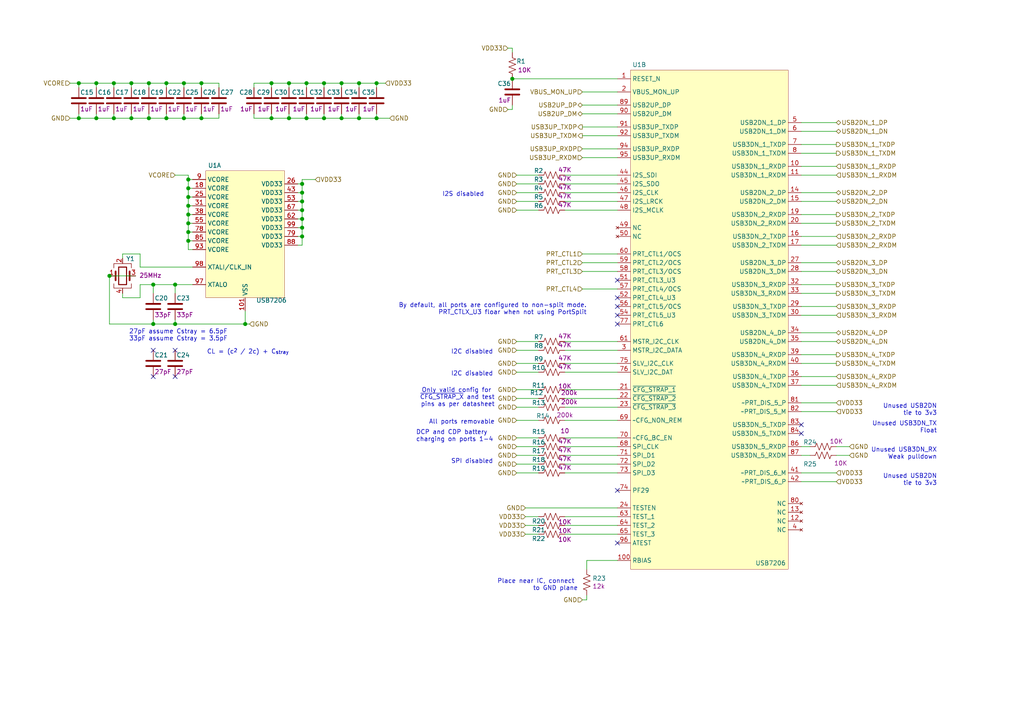
<source format=kicad_sch>
(kicad_sch (version 20210406) (generator eeschema)
  (paper "A4")
  (junction (at 22.86 24.13) (diameter 1.016))
  (junction (at 22.86 34.29) (diameter 1.016))
  (junction (at 27.94 24.13) (diameter 1.016))
  (junction (at 27.94 34.29) (diameter 1.016))
  (junction (at 31.75 80.01) (diameter 1.016))
  (junction (at 33.02 24.13) (diameter 1.016))
  (junction (at 33.02 34.29) (diameter 1.016))
  (junction (at 38.1 24.13) (diameter 1.016))
  (junction (at 38.1 34.29) (diameter 1.016))
  (junction (at 43.18 24.13) (diameter 1.016))
  (junction (at 43.18 34.29) (diameter 1.016))
  (junction (at 44.45 82.55) (diameter 1.016))
  (junction (at 44.45 93.98) (diameter 1.016))
  (junction (at 48.26 24.13) (diameter 1.016))
  (junction (at 48.26 34.29) (diameter 1.016))
  (junction (at 50.8 82.55) (diameter 1.016))
  (junction (at 50.8 93.98) (diameter 1.016))
  (junction (at 53.34 24.13) (diameter 1.016))
  (junction (at 53.34 34.29) (diameter 1.016))
  (junction (at 54.61 52.07) (diameter 1.016))
  (junction (at 54.61 54.61) (diameter 1.016))
  (junction (at 54.61 57.15) (diameter 1.016))
  (junction (at 54.61 59.69) (diameter 1.016))
  (junction (at 54.61 62.23) (diameter 1.016))
  (junction (at 54.61 64.77) (diameter 1.016))
  (junction (at 54.61 67.31) (diameter 1.016))
  (junction (at 54.61 69.85) (diameter 1.016))
  (junction (at 58.42 24.13) (diameter 1.016))
  (junction (at 58.42 34.29) (diameter 1.016))
  (junction (at 71.12 93.98) (diameter 1.016))
  (junction (at 78.74 24.13) (diameter 1.016))
  (junction (at 78.74 34.29) (diameter 1.016))
  (junction (at 83.82 24.13) (diameter 1.016))
  (junction (at 83.82 34.29) (diameter 1.016))
  (junction (at 87.63 53.34) (diameter 1.016))
  (junction (at 87.63 55.88) (diameter 1.016))
  (junction (at 87.63 58.42) (diameter 1.016))
  (junction (at 87.63 60.96) (diameter 1.016))
  (junction (at 87.63 63.5) (diameter 1.016))
  (junction (at 87.63 66.04) (diameter 1.016))
  (junction (at 87.63 68.58) (diameter 1.016))
  (junction (at 88.9 24.13) (diameter 1.016))
  (junction (at 88.9 34.29) (diameter 1.016))
  (junction (at 93.98 24.13) (diameter 1.016))
  (junction (at 93.98 34.29) (diameter 1.016))
  (junction (at 99.06 24.13) (diameter 1.016))
  (junction (at 99.06 34.29) (diameter 1.016))
  (junction (at 104.14 24.13) (diameter 1.016))
  (junction (at 104.14 34.29) (diameter 1.016))
  (junction (at 109.22 24.13) (diameter 1.016))
  (junction (at 109.22 34.29) (diameter 1.016))
  (junction (at 148.59 22.86) (diameter 1.016))
  (no_connect (at 44.45 101.6))
  (no_connect (at 44.45 109.22))
  (no_connect (at 50.8 101.6))
  (no_connect (at 50.8 109.22))
  (no_connect (at 179.07 81.28))
  (no_connect (at 179.07 86.36))
  (no_connect (at 179.07 88.9))
  (no_connect (at 179.07 91.44))
  (no_connect (at 179.07 93.98))
  (no_connect (at 179.07 142.24))
  (no_connect (at 179.07 157.48))
  (no_connect (at 232.41 123.19))
  (no_connect (at 232.41 125.73))
  (wire (pts (xy 20.32 24.13) (xy 22.86 24.13)))
  (wire (pts (xy 20.32 34.29) (xy 22.86 34.29)))
  (wire (pts (xy 22.86 24.13) (xy 22.86 25.4)))
  (wire (pts (xy 22.86 24.13) (xy 27.94 24.13)))
  (wire (pts (xy 22.86 34.29) (xy 22.86 33.02)))
  (wire (pts (xy 22.86 34.29) (xy 27.94 34.29)))
  (wire (pts (xy 27.94 24.13) (xy 27.94 25.4)))
  (wire (pts (xy 27.94 24.13) (xy 33.02 24.13)))
  (wire (pts (xy 27.94 34.29) (xy 27.94 33.02)))
  (wire (pts (xy 27.94 34.29) (xy 33.02 34.29)))
  (wire (pts (xy 31.75 80.01) (xy 31.75 93.98)))
  (wire (pts (xy 31.75 80.01) (xy 39.37 80.01)))
  (wire (pts (xy 31.75 93.98) (xy 44.45 93.98)))
  (wire (pts (xy 33.02 24.13) (xy 33.02 25.4)))
  (wire (pts (xy 33.02 24.13) (xy 38.1 24.13)))
  (wire (pts (xy 33.02 34.29) (xy 33.02 33.02)))
  (wire (pts (xy 33.02 34.29) (xy 38.1 34.29)))
  (wire (pts (xy 35.56 73.66) (xy 35.56 74.93)))
  (wire (pts (xy 35.56 85.09) (xy 35.56 86.36)))
  (wire (pts (xy 38.1 24.13) (xy 38.1 25.4)))
  (wire (pts (xy 38.1 24.13) (xy 43.18 24.13)))
  (wire (pts (xy 38.1 34.29) (xy 38.1 33.02)))
  (wire (pts (xy 38.1 34.29) (xy 43.18 34.29)))
  (wire (pts (xy 40.64 73.66) (xy 35.56 73.66)))
  (wire (pts (xy 40.64 77.47) (xy 40.64 73.66)))
  (wire (pts (xy 40.64 77.47) (xy 55.88 77.47)))
  (wire (pts (xy 40.64 82.55) (xy 40.64 86.36)))
  (wire (pts (xy 40.64 82.55) (xy 44.45 82.55)))
  (wire (pts (xy 40.64 86.36) (xy 35.56 86.36)))
  (wire (pts (xy 43.18 24.13) (xy 43.18 25.4)))
  (wire (pts (xy 43.18 24.13) (xy 48.26 24.13)))
  (wire (pts (xy 43.18 34.29) (xy 43.18 33.02)))
  (wire (pts (xy 43.18 34.29) (xy 48.26 34.29)))
  (wire (pts (xy 44.45 82.55) (xy 44.45 85.09)))
  (wire (pts (xy 44.45 82.55) (xy 50.8 82.55)))
  (wire (pts (xy 44.45 92.71) (xy 44.45 93.98)))
  (wire (pts (xy 44.45 93.98) (xy 50.8 93.98)))
  (wire (pts (xy 48.26 24.13) (xy 48.26 25.4)))
  (wire (pts (xy 48.26 24.13) (xy 53.34 24.13)))
  (wire (pts (xy 48.26 34.29) (xy 48.26 33.02)))
  (wire (pts (xy 48.26 34.29) (xy 53.34 34.29)))
  (wire (pts (xy 50.8 50.8) (xy 54.61 50.8)))
  (wire (pts (xy 50.8 82.55) (xy 50.8 85.09)))
  (wire (pts (xy 50.8 82.55) (xy 55.88 82.55)))
  (wire (pts (xy 50.8 92.71) (xy 50.8 93.98)))
  (wire (pts (xy 50.8 93.98) (xy 71.12 93.98)))
  (wire (pts (xy 53.34 24.13) (xy 53.34 25.4)))
  (wire (pts (xy 53.34 24.13) (xy 58.42 24.13)))
  (wire (pts (xy 53.34 34.29) (xy 53.34 33.02)))
  (wire (pts (xy 53.34 34.29) (xy 58.42 34.29)))
  (wire (pts (xy 54.61 52.07) (xy 54.61 50.8)))
  (wire (pts (xy 54.61 52.07) (xy 54.61 54.61)))
  (wire (pts (xy 54.61 52.07) (xy 55.88 52.07)))
  (wire (pts (xy 54.61 54.61) (xy 54.61 57.15)))
  (wire (pts (xy 54.61 54.61) (xy 55.88 54.61)))
  (wire (pts (xy 54.61 57.15) (xy 54.61 59.69)))
  (wire (pts (xy 54.61 57.15) (xy 55.88 57.15)))
  (wire (pts (xy 54.61 59.69) (xy 54.61 62.23)))
  (wire (pts (xy 54.61 59.69) (xy 55.88 59.69)))
  (wire (pts (xy 54.61 62.23) (xy 54.61 64.77)))
  (wire (pts (xy 54.61 62.23) (xy 55.88 62.23)))
  (wire (pts (xy 54.61 64.77) (xy 54.61 67.31)))
  (wire (pts (xy 54.61 64.77) (xy 55.88 64.77)))
  (wire (pts (xy 54.61 67.31) (xy 54.61 69.85)))
  (wire (pts (xy 54.61 67.31) (xy 55.88 67.31)))
  (wire (pts (xy 54.61 69.85) (xy 54.61 72.39)))
  (wire (pts (xy 54.61 69.85) (xy 55.88 69.85)))
  (wire (pts (xy 54.61 72.39) (xy 55.88 72.39)))
  (wire (pts (xy 58.42 24.13) (xy 58.42 25.4)))
  (wire (pts (xy 58.42 24.13) (xy 63.5 24.13)))
  (wire (pts (xy 58.42 34.29) (xy 58.42 33.02)))
  (wire (pts (xy 63.5 24.13) (xy 63.5 25.4)))
  (wire (pts (xy 63.5 33.02) (xy 63.5 34.29)))
  (wire (pts (xy 63.5 34.29) (xy 58.42 34.29)))
  (wire (pts (xy 71.12 93.98) (xy 71.12 90.17)))
  (wire (pts (xy 72.39 93.98) (xy 71.12 93.98)))
  (wire (pts (xy 73.66 24.13) (xy 73.66 25.4)))
  (wire (pts (xy 73.66 33.02) (xy 73.66 34.29)))
  (wire (pts (xy 73.66 34.29) (xy 78.74 34.29)))
  (wire (pts (xy 78.74 24.13) (xy 73.66 24.13)))
  (wire (pts (xy 78.74 24.13) (xy 78.74 25.4)))
  (wire (pts (xy 78.74 34.29) (xy 78.74 33.02)))
  (wire (pts (xy 83.82 24.13) (xy 78.74 24.13)))
  (wire (pts (xy 83.82 24.13) (xy 83.82 25.4)))
  (wire (pts (xy 83.82 34.29) (xy 78.74 34.29)))
  (wire (pts (xy 83.82 34.29) (xy 83.82 33.02)))
  (wire (pts (xy 86.36 53.34) (xy 87.63 53.34)))
  (wire (pts (xy 86.36 55.88) (xy 87.63 55.88)))
  (wire (pts (xy 86.36 58.42) (xy 87.63 58.42)))
  (wire (pts (xy 86.36 60.96) (xy 87.63 60.96)))
  (wire (pts (xy 86.36 63.5) (xy 87.63 63.5)))
  (wire (pts (xy 86.36 66.04) (xy 87.63 66.04)))
  (wire (pts (xy 86.36 68.58) (xy 87.63 68.58)))
  (wire (pts (xy 87.63 52.07) (xy 87.63 53.34)))
  (wire (pts (xy 87.63 53.34) (xy 87.63 55.88)))
  (wire (pts (xy 87.63 55.88) (xy 87.63 58.42)))
  (wire (pts (xy 87.63 58.42) (xy 87.63 60.96)))
  (wire (pts (xy 87.63 60.96) (xy 87.63 63.5)))
  (wire (pts (xy 87.63 63.5) (xy 87.63 66.04)))
  (wire (pts (xy 87.63 66.04) (xy 87.63 68.58)))
  (wire (pts (xy 87.63 68.58) (xy 87.63 71.12)))
  (wire (pts (xy 87.63 71.12) (xy 86.36 71.12)))
  (wire (pts (xy 88.9 24.13) (xy 83.82 24.13)))
  (wire (pts (xy 88.9 24.13) (xy 88.9 25.4)))
  (wire (pts (xy 88.9 34.29) (xy 83.82 34.29)))
  (wire (pts (xy 88.9 34.29) (xy 88.9 33.02)))
  (wire (pts (xy 91.44 52.07) (xy 87.63 52.07)))
  (wire (pts (xy 93.98 24.13) (xy 88.9 24.13)))
  (wire (pts (xy 93.98 24.13) (xy 93.98 25.4)))
  (wire (pts (xy 93.98 34.29) (xy 88.9 34.29)))
  (wire (pts (xy 93.98 34.29) (xy 93.98 33.02)))
  (wire (pts (xy 99.06 24.13) (xy 93.98 24.13)))
  (wire (pts (xy 99.06 24.13) (xy 99.06 25.4)))
  (wire (pts (xy 99.06 34.29) (xy 93.98 34.29)))
  (wire (pts (xy 99.06 34.29) (xy 99.06 33.02)))
  (wire (pts (xy 104.14 24.13) (xy 99.06 24.13)))
  (wire (pts (xy 104.14 24.13) (xy 104.14 25.4)))
  (wire (pts (xy 104.14 34.29) (xy 99.06 34.29)))
  (wire (pts (xy 104.14 34.29) (xy 104.14 33.02)))
  (wire (pts (xy 109.22 24.13) (xy 104.14 24.13)))
  (wire (pts (xy 109.22 24.13) (xy 109.22 25.4)))
  (wire (pts (xy 109.22 24.13) (xy 111.76 24.13)))
  (wire (pts (xy 109.22 34.29) (xy 104.14 34.29)))
  (wire (pts (xy 109.22 34.29) (xy 109.22 33.02)))
  (wire (pts (xy 109.22 34.29) (xy 113.03 34.29)))
  (wire (pts (xy 147.32 31.75) (xy 148.59 31.75)))
  (wire (pts (xy 148.59 13.97) (xy 147.32 13.97)))
  (wire (pts (xy 148.59 15.24) (xy 148.59 13.97)))
  (wire (pts (xy 148.59 22.86) (xy 179.07 22.86)))
  (wire (pts (xy 148.59 31.75) (xy 148.59 30.48)))
  (wire (pts (xy 149.86 50.8) (xy 156.21 50.8)))
  (wire (pts (xy 149.86 53.34) (xy 156.21 53.34)))
  (wire (pts (xy 149.86 55.88) (xy 156.21 55.88)))
  (wire (pts (xy 149.86 58.42) (xy 156.21 58.42)))
  (wire (pts (xy 149.86 60.96) (xy 156.21 60.96)))
  (wire (pts (xy 149.86 99.06) (xy 156.21 99.06)))
  (wire (pts (xy 149.86 101.6) (xy 156.21 101.6)))
  (wire (pts (xy 149.86 105.41) (xy 156.21 105.41)))
  (wire (pts (xy 149.86 107.95) (xy 156.21 107.95)))
  (wire (pts (xy 149.86 113.03) (xy 156.21 113.03)))
  (wire (pts (xy 149.86 115.57) (xy 156.21 115.57)))
  (wire (pts (xy 149.86 118.11) (xy 156.21 118.11)))
  (wire (pts (xy 149.86 121.92) (xy 156.21 121.92)))
  (wire (pts (xy 149.86 127) (xy 156.21 127)))
  (wire (pts (xy 149.86 129.54) (xy 156.21 129.54)))
  (wire (pts (xy 149.86 132.08) (xy 156.21 132.08)))
  (wire (pts (xy 149.86 134.62) (xy 156.21 134.62)))
  (wire (pts (xy 149.86 137.16) (xy 156.21 137.16)))
  (wire (pts (xy 152.4 147.32) (xy 179.07 147.32)))
  (wire (pts (xy 152.4 149.86) (xy 156.21 149.86)))
  (wire (pts (xy 152.4 152.4) (xy 156.21 152.4)))
  (wire (pts (xy 152.4 154.94) (xy 156.21 154.94)))
  (wire (pts (xy 163.83 50.8) (xy 179.07 50.8)))
  (wire (pts (xy 163.83 53.34) (xy 179.07 53.34)))
  (wire (pts (xy 163.83 55.88) (xy 179.07 55.88)))
  (wire (pts (xy 163.83 58.42) (xy 179.07 58.42)))
  (wire (pts (xy 163.83 60.96) (xy 179.07 60.96)))
  (wire (pts (xy 163.83 99.06) (xy 179.07 99.06)))
  (wire (pts (xy 163.83 101.6) (xy 179.07 101.6)))
  (wire (pts (xy 163.83 105.41) (xy 179.07 105.41)))
  (wire (pts (xy 163.83 107.95) (xy 179.07 107.95)))
  (wire (pts (xy 163.83 113.03) (xy 179.07 113.03)))
  (wire (pts (xy 163.83 115.57) (xy 179.07 115.57)))
  (wire (pts (xy 163.83 118.11) (xy 179.07 118.11)))
  (wire (pts (xy 163.83 121.92) (xy 179.07 121.92)))
  (wire (pts (xy 163.83 127) (xy 179.07 127)))
  (wire (pts (xy 163.83 129.54) (xy 179.07 129.54)))
  (wire (pts (xy 163.83 132.08) (xy 179.07 132.08)))
  (wire (pts (xy 163.83 134.62) (xy 179.07 134.62)))
  (wire (pts (xy 163.83 137.16) (xy 179.07 137.16)))
  (wire (pts (xy 163.83 149.86) (xy 179.07 149.86)))
  (wire (pts (xy 163.83 152.4) (xy 179.07 152.4)))
  (wire (pts (xy 163.83 154.94) (xy 179.07 154.94)))
  (wire (pts (xy 168.91 26.67) (xy 179.07 26.67)))
  (wire (pts (xy 168.91 30.48) (xy 179.07 30.48)))
  (wire (pts (xy 168.91 33.02) (xy 179.07 33.02)))
  (wire (pts (xy 168.91 36.83) (xy 179.07 36.83)))
  (wire (pts (xy 168.91 39.37) (xy 179.07 39.37)))
  (wire (pts (xy 168.91 43.18) (xy 179.07 43.18)))
  (wire (pts (xy 168.91 45.72) (xy 179.07 45.72)))
  (wire (pts (xy 168.91 73.66) (xy 179.07 73.66)))
  (wire (pts (xy 168.91 76.2) (xy 179.07 76.2)))
  (wire (pts (xy 168.91 78.74) (xy 179.07 78.74)))
  (wire (pts (xy 168.91 83.82) (xy 179.07 83.82)))
  (wire (pts (xy 168.91 173.99) (xy 170.18 173.99)))
  (wire (pts (xy 170.18 162.56) (xy 179.07 162.56)))
  (wire (pts (xy 170.18 165.1) (xy 170.18 162.56)))
  (wire (pts (xy 170.18 173.99) (xy 170.18 172.72)))
  (wire (pts (xy 232.41 129.54) (xy 234.95 129.54)))
  (wire (pts (xy 232.41 132.08) (xy 234.95 132.08)))
  (wire (pts (xy 242.57 35.56) (xy 232.41 35.56)))
  (wire (pts (xy 242.57 38.1) (xy 232.41 38.1)))
  (wire (pts (xy 242.57 41.91) (xy 232.41 41.91)))
  (wire (pts (xy 242.57 44.45) (xy 232.41 44.45)))
  (wire (pts (xy 242.57 48.26) (xy 232.41 48.26)))
  (wire (pts (xy 242.57 50.8) (xy 232.41 50.8)))
  (wire (pts (xy 242.57 55.88) (xy 232.41 55.88)))
  (wire (pts (xy 242.57 58.42) (xy 232.41 58.42)))
  (wire (pts (xy 242.57 62.23) (xy 232.41 62.23)))
  (wire (pts (xy 242.57 64.77) (xy 232.41 64.77)))
  (wire (pts (xy 242.57 68.58) (xy 232.41 68.58)))
  (wire (pts (xy 242.57 71.12) (xy 232.41 71.12)))
  (wire (pts (xy 242.57 76.2) (xy 232.41 76.2)))
  (wire (pts (xy 242.57 78.74) (xy 232.41 78.74)))
  (wire (pts (xy 242.57 82.55) (xy 232.41 82.55)))
  (wire (pts (xy 242.57 85.09) (xy 232.41 85.09)))
  (wire (pts (xy 242.57 88.9) (xy 232.41 88.9)))
  (wire (pts (xy 242.57 91.44) (xy 232.41 91.44)))
  (wire (pts (xy 242.57 96.52) (xy 232.41 96.52)))
  (wire (pts (xy 242.57 99.06) (xy 232.41 99.06)))
  (wire (pts (xy 242.57 102.87) (xy 232.41 102.87)))
  (wire (pts (xy 242.57 105.41) (xy 232.41 105.41)))
  (wire (pts (xy 242.57 109.22) (xy 232.41 109.22)))
  (wire (pts (xy 242.57 111.76) (xy 232.41 111.76)))
  (wire (pts (xy 242.57 116.84) (xy 232.41 116.84)))
  (wire (pts (xy 242.57 119.38) (xy 232.41 119.38)))
  (wire (pts (xy 242.57 129.54) (xy 246.38 129.54)))
  (wire (pts (xy 242.57 132.08) (xy 246.38 132.08)))
  (wire (pts (xy 242.57 137.16) (xy 232.41 137.16)))
  (wire (pts (xy 242.57 139.7) (xy 232.41 139.7)))
  (text "27pF assume Cstray = 6.5pF\n33pF assume Cstray = 3.5pF" (at 66.04 99.06 0) (effects (font (size 1.27 1.27)) (justify right bottom)))
  (text "CL = (c^{2} / 2c) + C_{stray}" (at 83.82 102.87 180) (effects (font (size 1.27 1.27)) (justify right bottom)))
  (text "DCP and CDP battery\ncharging on ports 1-4" (at 120.65 128.27 0) (effects (font (size 1.27 1.27)) (justify left bottom)))
  (text "I2S disabled" (at 128.27 57.15 0) (effects (font (size 1.27 1.27)) (justify left bottom)))
  (text "I2C disabled" (at 130.81 102.87 0) (effects (font (size 1.27 1.27)) (justify left bottom)))
  (text "I2C disabled" (at 130.81 109.22 0) (effects (font (size 1.27 1.27)) (justify left bottom)))
  (text "SPI disabled" (at 130.81 134.62 0) (effects (font (size 1.27 1.27)) (justify left bottom)))
  (text "Only valid config for \n~CFG_STRAP_X and test\npins as per datasheet" (at 143.51 118.11 0) (effects (font (size 1.27 1.27)) (justify right bottom)))
  (text "All ports removable" (at 143.51 123.19 180) (effects (font (size 1.27 1.27)) (justify right bottom)))
  (text "Place near IC, connect \nto GND plane" (at 167.64 171.45 180) (effects (font (size 1.27 1.27)) (justify right bottom)))
  (text "By default, all ports are configured to non-split mode.\nPRT_CTLX_U3 floar when not using PortSplit" (at 170.18 91.44 0) (effects (font (size 1.27 1.27)) (justify right bottom)))
  (text "Unused USB2DN\ntie to 3v3" (at 271.78 120.65 180) (effects (font (size 1.27 1.27)) (justify right bottom)))
  (text "Unused USB3DN_TX\nFloat" (at 271.78 125.73 180) (effects (font (size 1.27 1.27)) (justify right bottom)))
  (text "Unused USB3DN_RX\nWeak pulldown" (at 271.78 133.35 180) (effects (font (size 1.27 1.27)) (justify right bottom)))
  (text "Unused USB2DN\ntie to 3v3" (at 271.78 140.97 180) (effects (font (size 1.27 1.27)) (justify right bottom)))
  (hierarchical_label "VCORE" (shape input) (at 20.32 24.13 180))
  (hierarchical_label "GND" (shape input) (at 20.32 34.29 180))
  (hierarchical_label "VCORE" (shape input) (at 50.8 50.8 180))
  (hierarchical_label "GND" (shape input) (at 72.39 93.98 0))
  (hierarchical_label "VDD33" (shape input) (at 91.44 52.07 0))
  (hierarchical_label "VDD33" (shape input) (at 111.76 24.13 0))
  (hierarchical_label "GND" (shape input) (at 113.03 34.29 0))
  (hierarchical_label "VDD33" (shape input) (at 147.32 13.97 180))
  (hierarchical_label "GND" (shape input) (at 147.32 31.75 180))
  (hierarchical_label "GND" (shape input) (at 149.86 50.8 180))
  (hierarchical_label "GND" (shape input) (at 149.86 53.34 180))
  (hierarchical_label "GND" (shape input) (at 149.86 55.88 180))
  (hierarchical_label "GND" (shape input) (at 149.86 58.42 180))
  (hierarchical_label "GND" (shape input) (at 149.86 60.96 180))
  (hierarchical_label "GND" (shape input) (at 149.86 99.06 180))
  (hierarchical_label "GND" (shape input) (at 149.86 101.6 180))
  (hierarchical_label "GND" (shape input) (at 149.86 105.41 180))
  (hierarchical_label "GND" (shape input) (at 149.86 107.95 180))
  (hierarchical_label "GND" (shape input) (at 149.86 113.03 180))
  (hierarchical_label "GND" (shape input) (at 149.86 115.57 180))
  (hierarchical_label "GND" (shape input) (at 149.86 118.11 180))
  (hierarchical_label "GND" (shape input) (at 149.86 121.92 180))
  (hierarchical_label "GND" (shape input) (at 149.86 127 180))
  (hierarchical_label "GND" (shape input) (at 149.86 129.54 180))
  (hierarchical_label "GND" (shape input) (at 149.86 132.08 180))
  (hierarchical_label "GND" (shape input) (at 149.86 134.62 180))
  (hierarchical_label "GND" (shape input) (at 149.86 137.16 180))
  (hierarchical_label "GND" (shape input) (at 152.4 147.32 180))
  (hierarchical_label "VDD33" (shape input) (at 152.4 149.86 180))
  (hierarchical_label "VDD33" (shape input) (at 152.4 152.4 180))
  (hierarchical_label "VDD33" (shape input) (at 152.4 154.94 180))
  (hierarchical_label "VBUS_MON_UP" (shape input) (at 168.91 26.67 180))
  (hierarchical_label "USB2UP_DP" (shape bidirectional) (at 168.91 30.48 180))
  (hierarchical_label "USB2UP_DM" (shape bidirectional) (at 168.91 33.02 180))
  (hierarchical_label "USB3UP_TXDP" (shape output) (at 168.91 36.83 180))
  (hierarchical_label "USB3UP_TXDM" (shape output) (at 168.91 39.37 180))
  (hierarchical_label "USB3UP_RXDP" (shape input) (at 168.91 43.18 180))
  (hierarchical_label "USB3UP_RXDM" (shape input) (at 168.91 45.72 180))
  (hierarchical_label "PRT_CTL1" (shape input) (at 168.91 73.66 180))
  (hierarchical_label "PRT_CTL2" (shape input) (at 168.91 76.2 180))
  (hierarchical_label "PRT_CTL3" (shape input) (at 168.91 78.74 180))
  (hierarchical_label "PRT_CTL4" (shape input) (at 168.91 83.82 180))
  (hierarchical_label "GND" (shape input) (at 168.91 173.99 180))
  (hierarchical_label "USB2DN_1_DP" (shape bidirectional) (at 242.57 35.56 0))
  (hierarchical_label "USB2DN_1_DN" (shape bidirectional) (at 242.57 38.1 0))
  (hierarchical_label "USB3DN_1_TXDP" (shape output) (at 242.57 41.91 0))
  (hierarchical_label "USB3DN_1_TXDM" (shape output) (at 242.57 44.45 0))
  (hierarchical_label "USB3DN_1_RXDP" (shape input) (at 242.57 48.26 0))
  (hierarchical_label "USB3DN_1_RXDM" (shape input) (at 242.57 50.8 0))
  (hierarchical_label "USB2DN_2_DP" (shape bidirectional) (at 242.57 55.88 0))
  (hierarchical_label "USB2DN_2_DN" (shape bidirectional) (at 242.57 58.42 0))
  (hierarchical_label "USB3DN_2_TXDP" (shape output) (at 242.57 62.23 0))
  (hierarchical_label "USB3DN_2_TXDM" (shape output) (at 242.57 64.77 0))
  (hierarchical_label "USB3DN_2_RXDP" (shape input) (at 242.57 68.58 0))
  (hierarchical_label "USB3DN_2_RXDM" (shape input) (at 242.57 71.12 0))
  (hierarchical_label "USB2DN_3_DP" (shape bidirectional) (at 242.57 76.2 0))
  (hierarchical_label "USB2DN_3_DN" (shape bidirectional) (at 242.57 78.74 0))
  (hierarchical_label "USB3DN_3_TXDP" (shape output) (at 242.57 82.55 0))
  (hierarchical_label "USB3DN_3_TXDM" (shape output) (at 242.57 85.09 0))
  (hierarchical_label "USB3DN_3_RXDP" (shape input) (at 242.57 88.9 0))
  (hierarchical_label "USB3DN_3_RXDM" (shape input) (at 242.57 91.44 0))
  (hierarchical_label "USB2DN_4_DP" (shape bidirectional) (at 242.57 96.52 0))
  (hierarchical_label "USB2DN_4_DN" (shape bidirectional) (at 242.57 99.06 0))
  (hierarchical_label "USB3DN_4_TXDP" (shape output) (at 242.57 102.87 0))
  (hierarchical_label "USB3DN_4_TXDM" (shape output) (at 242.57 105.41 0))
  (hierarchical_label "USB3DN_4_RXDP" (shape input) (at 242.57 109.22 0))
  (hierarchical_label "USB3DN_4_RXDM" (shape input) (at 242.57 111.76 0))
  (hierarchical_label "VDD33" (shape input) (at 242.57 116.84 0))
  (hierarchical_label "VDD33" (shape input) (at 242.57 119.38 0))
  (hierarchical_label "VDD33" (shape input) (at 242.57 137.16 0))
  (hierarchical_label "VDD33" (shape input) (at 242.57 139.7 0))
  (hierarchical_label "GND" (shape input) (at 246.38 129.54 0))
  (hierarchical_label "GND" (shape input) (at 246.38 132.08 0))
  (symbol (lib_id "mte_usb_hub:RC0402JR-0710KL") (at 148.59 19.05 180) (unit 1)
    (property "Reference" "R1" (at 151.1108 17.78 0))
    (property "Value" "RC0402JR-0710KL" (effects hide))
    (property "Footprint" "footprints:RESISTOR_0402N" (effects hide))
    (property "Datasheet" "${MTE_LIB_DIR}/datasheets/PYu-RC_Group_51_RoHS_L_11.pdf" (effects hide))
    (property "id" "10K" (at 152.139 20.32 0))
    (property "manf" "Yageo" (effects hide))
  )
  (symbol (lib_id "mte_usb_hub:RC0402JR-0747KL") (at 160.02 50.8 90) (unit 1)
    (property "Reference" "R2" (at 156.21 49.5108 90))
    (property "Value" "RC0402JR-0747KL" (effects hide))
    (property "Footprint" "footprints:RESISTOR_0402N" (effects hide))
    (property "Datasheet" "${MTE_LIB_DIR}/datasheets/PYu-RC_Group_51_RoHS_L_11.pdf" (effects hide))
    (property "id" "47K" (at 163.83 49.2695 90))
    (property "manf" "Yageo" (effects hide))
  )
  (symbol (lib_id "mte_usb_hub:RC0402JR-0747KL") (at 160.02 53.34 90) (unit 1)
    (property "Reference" "R3" (at 156.21 52.0508 90))
    (property "Value" "RC0402JR-0747KL" (effects hide))
    (property "Footprint" "footprints:RESISTOR_0402N" (effects hide))
    (property "Datasheet" "${MTE_LIB_DIR}/datasheets/PYu-RC_Group_51_RoHS_L_11.pdf" (effects hide))
    (property "id" "47K" (at 163.83 51.8095 90))
    (property "manf" "Yageo" (effects hide))
  )
  (symbol (lib_id "mte_usb_hub:RC0402JR-0747KL") (at 160.02 55.88 90) (unit 1)
    (property "Reference" "R4" (at 156.21 54.5908 90))
    (property "Value" "RC0402JR-0747KL" (effects hide))
    (property "Footprint" "footprints:RESISTOR_0402N" (effects hide))
    (property "Datasheet" "${MTE_LIB_DIR}/datasheets/PYu-RC_Group_51_RoHS_L_11.pdf" (effects hide))
    (property "id" "47K" (at 163.83 54.3495 90))
    (property "manf" "Yageo" (effects hide))
  )
  (symbol (lib_id "mte_usb_hub:RC0402JR-0747KL") (at 160.02 58.42 90) (unit 1)
    (property "Reference" "R5" (at 156.21 57.1308 90))
    (property "Value" "RC0402JR-0747KL" (effects hide))
    (property "Footprint" "footprints:RESISTOR_0402N" (effects hide))
    (property "Datasheet" "${MTE_LIB_DIR}/datasheets/PYu-RC_Group_51_RoHS_L_11.pdf" (effects hide))
    (property "id" "47K" (at 163.83 56.8895 90))
    (property "manf" "Yageo" (effects hide))
  )
  (symbol (lib_id "mte_usb_hub:RC0402JR-0747KL") (at 160.02 60.96 90) (unit 1)
    (property "Reference" "R6" (at 156.21 59.6708 90))
    (property "Value" "RC0402JR-0747KL" (effects hide))
    (property "Footprint" "footprints:RESISTOR_0402N" (effects hide))
    (property "Datasheet" "${MTE_LIB_DIR}/datasheets/PYu-RC_Group_51_RoHS_L_11.pdf" (effects hide))
    (property "id" "47K" (at 163.83 59.4295 90))
    (property "manf" "Yageo" (effects hide))
  )
  (symbol (lib_id "mte_usb_hub:RC0402JR-0747KL") (at 160.02 99.06 90) (unit 1)
    (property "Reference" "R7" (at 156.21 97.7708 90))
    (property "Value" "RC0402JR-0747KL" (effects hide))
    (property "Footprint" "footprints:RESISTOR_0402N" (effects hide))
    (property "Datasheet" "${MTE_LIB_DIR}/datasheets/PYu-RC_Group_51_RoHS_L_11.pdf" (effects hide))
    (property "id" "47K" (at 163.83 97.5295 90))
    (property "manf" "Yageo" (effects hide))
  )
  (symbol (lib_id "mte_usb_hub:RC0402JR-0747KL") (at 160.02 101.6 90) (unit 1)
    (property "Reference" "R8" (at 156.21 100.3108 90))
    (property "Value" "RC0402JR-0747KL" (effects hide))
    (property "Footprint" "footprints:RESISTOR_0402N" (effects hide))
    (property "Datasheet" "${MTE_LIB_DIR}/datasheets/PYu-RC_Group_51_RoHS_L_11.pdf" (effects hide))
    (property "id" "47K" (at 163.83 100.0695 90))
    (property "manf" "Yageo" (effects hide))
  )
  (symbol (lib_id "mte_usb_hub:RC0402JR-0747KL") (at 160.02 105.41 90) (unit 1)
    (property "Reference" "R9" (at 156.21 104.1208 90))
    (property "Value" "RC0402JR-0747KL" (effects hide))
    (property "Footprint" "footprints:RESISTOR_0402N" (effects hide))
    (property "Datasheet" "${MTE_LIB_DIR}/datasheets/PYu-RC_Group_51_RoHS_L_11.pdf" (effects hide))
    (property "id" "47K" (at 163.83 103.8795 90))
    (property "manf" "Yageo" (effects hide))
  )
  (symbol (lib_id "mte_usb_hub:RC0402JR-0747KL") (at 160.02 107.95 90) (unit 1)
    (property "Reference" "R10" (at 156.21 106.6608 90))
    (property "Value" "RC0402JR-0747KL" (effects hide))
    (property "Footprint" "footprints:RESISTOR_0402N" (effects hide))
    (property "Datasheet" "${MTE_LIB_DIR}/datasheets/PYu-RC_Group_51_RoHS_L_11.pdf" (effects hide))
    (property "id" "47K" (at 163.83 106.4195 90))
    (property "manf" "Yageo" (effects hide))
  )
  (symbol (lib_id "mte_usb_hub:RC0402JR-0710KL") (at 160.02 113.03 270) (unit 1)
    (property "Reference" "R11" (at 156.21 111.7792 90))
    (property "Value" "RC0402JR-0710KL" (effects hide))
    (property "Footprint" "footprints:RESISTOR_0402N" (effects hide))
    (property "Datasheet" "${MTE_LIB_DIR}/datasheets/PYu-RC_Group_51_RoHS_L_11.pdf" (effects hide))
    (property "id" "10K" (at 163.83 112.0205 90))
    (property "manf" "Yageo" (effects hide))
  )
  (symbol (lib_id "mte_usb_hub:RC0402JR-07200KL") (at 160.02 115.57 270) (unit 1)
    (property "Reference" "R12" (at 157.6006 113.9189 90) (effects (justify right)))
    (property "Value" "RC0402JR-07200KL" (effects hide))
    (property "Footprint" "footprints:RESISTOR_0402N" (effects hide))
    (property "id" "200k" (at 167.5193 113.9189 90) (effects (justify right)))
    (property "manf" "Yageo" (effects hide))
  )
  (symbol (lib_id "mte_usb_hub:RC0402JR-07200KL") (at 160.02 118.11 270) (unit 1)
    (property "Reference" "R13" (at 156.21 116.8208 90))
    (property "Value" "RC0402JR-07200KL" (effects hide))
    (property "Footprint" "footprints:RESISTOR_0402N" (effects hide))
    (property "id" "200k" (at 165.1 116.5795 90))
    (property "manf" "Yageo" (effects hide))
  )
  (symbol (lib_id "mte_usb_hub:RC0402JR-07200KL") (at 160.02 121.92 270) (unit 1)
    (property "Reference" "R14" (at 157.48 120.6308 90))
    (property "Value" "RC0402JR-07200KL" (effects hide))
    (property "Footprint" "footprints:RESISTOR_0402N" (effects hide))
    (property "id" "200k" (at 163.83 120.3895 90))
    (property "manf" "Yageo" (effects hide))
  )
  (symbol (lib_id "mte_usb_hub:RC0402JR-0710RL") (at 160.02 127 90) (unit 1)
    (property "Reference" "R15" (at 156.21 125.2178 90))
    (property "Value" "RC0402JR-0710RL" (effects hide))
    (property "Footprint" "footprints:RESISTOR_0402N" (effects hide))
    (property "Datasheet" "${MTE_LIB_DIR}/datasheets/PYu-RC_Group_51_RoHS_L_11.pdf" (effects hide))
    (property "id" "10" (at 163.83 124.9765 90))
    (property "manf" "Yageo" (effects hide))
  )
  (symbol (lib_id "mte_usb_hub:RC0402JR-0747KL") (at 160.02 129.54 90) (unit 1)
    (property "Reference" "R16" (at 156.21 128.2508 90))
    (property "Value" "RC0402JR-0747KL" (effects hide))
    (property "Footprint" "footprints:RESISTOR_0402N" (effects hide))
    (property "Datasheet" "${MTE_LIB_DIR}/datasheets/PYu-RC_Group_51_RoHS_L_11.pdf" (effects hide))
    (property "id" "47K" (at 163.83 128.0095 90))
    (property "manf" "Yageo" (effects hide))
  )
  (symbol (lib_id "mte_usb_hub:RC0402JR-0747KL") (at 160.02 132.08 90) (unit 1)
    (property "Reference" "R17" (at 156.21 130.7908 90))
    (property "Value" "RC0402JR-0747KL" (effects hide))
    (property "Footprint" "footprints:RESISTOR_0402N" (effects hide))
    (property "Datasheet" "${MTE_LIB_DIR}/datasheets/PYu-RC_Group_51_RoHS_L_11.pdf" (effects hide))
    (property "id" "47K" (at 163.83 130.5495 90))
    (property "manf" "Yageo" (effects hide))
  )
  (symbol (lib_id "mte_usb_hub:RC0402JR-0747KL") (at 160.02 134.62 90) (unit 1)
    (property "Reference" "R18" (at 156.21 133.3308 90))
    (property "Value" "RC0402JR-0747KL" (effects hide))
    (property "Footprint" "footprints:RESISTOR_0402N" (effects hide))
    (property "Datasheet" "${MTE_LIB_DIR}/datasheets/PYu-RC_Group_51_RoHS_L_11.pdf" (effects hide))
    (property "id" "47K" (at 163.83 133.0895 90))
    (property "manf" "Yageo" (effects hide))
  )
  (symbol (lib_id "mte_usb_hub:RC0402JR-0747KL") (at 160.02 137.16 90) (unit 1)
    (property "Reference" "R19" (at 156.21 135.8708 90))
    (property "Value" "RC0402JR-0747KL" (effects hide))
    (property "Footprint" "footprints:RESISTOR_0402N" (effects hide))
    (property "Datasheet" "${MTE_LIB_DIR}/datasheets/PYu-RC_Group_51_RoHS_L_11.pdf" (effects hide))
    (property "id" "47K" (at 163.83 135.6295 90))
    (property "manf" "Yageo" (effects hide))
  )
  (symbol (lib_id "mte_usb_hub:RC0402JR-0710KL") (at 160.02 149.86 270) (unit 1)
    (property "Reference" "R20" (at 156.21 151.1492 90))
    (property "Value" "RC0402JR-0710KL" (effects hide))
    (property "Footprint" "footprints:RESISTOR_0402N" (effects hide))
    (property "Datasheet" "${MTE_LIB_DIR}/datasheets/PYu-RC_Group_51_RoHS_L_11.pdf" (effects hide))
    (property "id" "10K" (at 163.83 151.3905 90))
    (property "manf" "Yageo" (effects hide))
  )
  (symbol (lib_id "mte_usb_hub:RC0402JR-0710KL") (at 160.02 152.4 270) (unit 1)
    (property "Reference" "R21" (at 156.21 153.6892 90))
    (property "Value" "RC0402JR-0710KL" (effects hide))
    (property "Footprint" "footprints:RESISTOR_0402N" (effects hide))
    (property "Datasheet" "${MTE_LIB_DIR}/datasheets/PYu-RC_Group_51_RoHS_L_11.pdf" (effects hide))
    (property "id" "10K" (at 163.83 153.9305 90))
    (property "manf" "Yageo" (effects hide))
  )
  (symbol (lib_id "mte_usb_hub:RC0402JR-0710KL") (at 160.02 154.94 270) (unit 1)
    (property "Reference" "R22" (at 156.21 156.2292 90))
    (property "Value" "RC0402JR-0710KL" (effects hide))
    (property "Footprint" "footprints:RESISTOR_0402N" (effects hide))
    (property "Datasheet" "${MTE_LIB_DIR}/datasheets/PYu-RC_Group_51_RoHS_L_11.pdf" (effects hide))
    (property "id" "10K" (at 163.83 156.4705 90))
    (property "manf" "Yageo" (effects hide))
  )
  (symbol (lib_id "mte_usb_hub:RT0402DRE0712KL") (at 170.18 168.91 0) (unit 1)
    (property "Reference" "R23" (at 171.8311 167.7606 0) (effects (justify left)))
    (property "Value" "RT0402DRE0712KL" (effects hide))
    (property "Footprint" "footprints:RESISTOR_0402N" (effects hide))
    (property "id" "12k" (at 171.8311 170.0593 0) (effects (justify left)))
    (property "manf" "Yageo" (effects hide))
  )
  (symbol (lib_id "mte_usb_hub:RC0402JR-0710KL") (at 238.76 129.54 90) (unit 1)
    (property "Reference" "R24" (at 234.95 128.2508 90))
    (property "Value" "RC0402JR-0710KL" (effects hide))
    (property "Footprint" "footprints:RESISTOR_0402N" (effects hide))
    (property "Datasheet" "${MTE_LIB_DIR}/datasheets/PYu-RC_Group_51_RoHS_L_11.pdf" (effects hide))
    (property "id" "10K" (at 242.57 128.0095 90))
    (property "manf" "Yageo" (effects hide))
  )
  (symbol (lib_id "mte_usb_hub:RC0402JR-0710KL") (at 238.76 132.08 90) (unit 1)
    (property "Reference" "R25" (at 234.95 134.6008 90))
    (property "Value" "RC0402JR-0710KL" (effects hide))
    (property "Footprint" "footprints:RESISTOR_0402N" (effects hide))
    (property "Datasheet" "${MTE_LIB_DIR}/datasheets/PYu-RC_Group_51_RoHS_L_11.pdf" (effects hide))
    (property "id" "10K" (at 243.84 134.3595 90))
    (property "manf" "Yageo" (effects hide))
  )
  (symbol (lib_id "mte_usb_hub:CC0402KRX5R7BB105") (at 22.86 29.21 0) (unit 1)
    (property "Reference" "C15" (at 23.2411 26.7906 0) (effects (justify left)))
    (property "Value" "CC0402KRX5R7BB105" (effects hide))
    (property "Footprint" "footprints:CAPACITOR_0402N" (effects hide))
    (property "Datasheet" "${MTE_LIB_DIR}/datasheets/UPY-GP_NP0_16V-to-50V_18.pdf" (effects hide))
    (property "id" "1uF" (at 23.2411 31.6293 0) (effects (justify left)))
  )
  (symbol (lib_id "mte_usb_hub:CC0402KRX5R7BB105") (at 27.94 29.21 0) (unit 1)
    (property "Reference" "C16" (at 28.3211 26.7906 0) (effects (justify left)))
    (property "Value" "CC0402KRX5R7BB105" (effects hide))
    (property "Footprint" "footprints:CAPACITOR_0402N" (effects hide))
    (property "Datasheet" "${MTE_LIB_DIR}/datasheets/UPY-GP_NP0_16V-to-50V_18.pdf" (effects hide))
    (property "id" "1uF" (at 28.3211 31.6293 0) (effects (justify left)))
  )
  (symbol (lib_id "mte_usb_hub:CC0402KRX5R7BB105") (at 33.02 29.21 0) (unit 1)
    (property "Reference" "C17" (at 33.4011 26.7906 0) (effects (justify left)))
    (property "Value" "CC0402KRX5R7BB105" (effects hide))
    (property "Footprint" "footprints:CAPACITOR_0402N" (effects hide))
    (property "Datasheet" "${MTE_LIB_DIR}/datasheets/UPY-GP_NP0_16V-to-50V_18.pdf" (effects hide))
    (property "id" "1uF" (at 33.4011 31.6293 0) (effects (justify left)))
  )
  (symbol (lib_id "mte_usb_hub:CC0402KRX5R7BB105") (at 38.1 29.21 0) (unit 1)
    (property "Reference" "C18" (at 38.4811 26.7906 0) (effects (justify left)))
    (property "Value" "CC0402KRX5R7BB105" (effects hide))
    (property "Footprint" "footprints:CAPACITOR_0402N" (effects hide))
    (property "Datasheet" "${MTE_LIB_DIR}/datasheets/UPY-GP_NP0_16V-to-50V_18.pdf" (effects hide))
    (property "id" "1uF" (at 38.4811 31.6293 0) (effects (justify left)))
  )
  (symbol (lib_id "mte_usb_hub:CC0402KRX5R7BB105") (at 43.18 29.21 0) (unit 1)
    (property "Reference" "C19" (at 43.5611 26.7906 0) (effects (justify left)))
    (property "Value" "CC0402KRX5R7BB105" (effects hide))
    (property "Footprint" "footprints:CAPACITOR_0402N" (effects hide))
    (property "Datasheet" "${MTE_LIB_DIR}/datasheets/UPY-GP_NP0_16V-to-50V_18.pdf" (effects hide))
    (property "id" "1uF" (at 43.5611 31.6293 0) (effects (justify left)))
  )
  (symbol (lib_id "mte_usb_hub:CC0402JRNPO9BN330") (at 44.45 88.9 0) (unit 1)
    (property "Reference" "C20" (at 44.8311 86.4806 0) (effects (justify left)))
    (property "Value" "CC0402JRNPO9BN330" (effects hide))
    (property "Footprint" "footprints:CAPACITOR_0402N" (effects hide))
    (property "Datasheet" "${MTE_LIB_DIR}/datasheets/UPY-GP_NP0_16V-to-50V_18.pdf" (effects hide))
    (property "id" "33pF" (at 44.8311 91.3193 0) (effects (justify left)))
  )
  (symbol (lib_id "mte_usb_hub:CC0402JRNPO9BN270") (at 44.45 105.41 0) (unit 1)
    (property "Reference" "C21" (at 44.8311 102.9906 0) (effects (justify left)))
    (property "Value" "CC0402JRNPO9BN270" (effects hide))
    (property "Footprint" "footprints:CAPACITOR_0402N" (effects hide))
    (property "Datasheet" "${MTE_LIB_DIR}/datasheets/UPY-GP_NP0_16V-to-50V_18.pdf" (effects hide))
    (property "id" "27pF" (at 44.8311 107.8293 0) (effects (justify left)))
  )
  (symbol (lib_id "mte_usb_hub:CC0402KRX5R7BB105") (at 48.26 29.21 0) (unit 1)
    (property "Reference" "C22" (at 48.6411 26.7906 0) (effects (justify left)))
    (property "Value" "CC0402KRX5R7BB105" (effects hide))
    (property "Footprint" "footprints:CAPACITOR_0402N" (effects hide))
    (property "Datasheet" "${MTE_LIB_DIR}/datasheets/UPY-GP_NP0_16V-to-50V_18.pdf" (effects hide))
    (property "id" "1uF" (at 48.6411 31.6293 0) (effects (justify left)))
  )
  (symbol (lib_id "mte_usb_hub:CC0402JRNPO9BN330") (at 50.8 88.9 0) (unit 1)
    (property "Reference" "C23" (at 51.1811 86.4806 0) (effects (justify left)))
    (property "Value" "CC0402JRNPO9BN330" (effects hide))
    (property "Footprint" "footprints:CAPACITOR_0402N" (effects hide))
    (property "Datasheet" "${MTE_LIB_DIR}/datasheets/UPY-GP_NP0_16V-to-50V_18.pdf" (effects hide))
    (property "id" "33pF" (at 51.1811 91.3193 0) (effects (justify left)))
  )
  (symbol (lib_id "mte_usb_hub:CC0402JRNPO9BN270") (at 50.8 105.41 0) (unit 1)
    (property "Reference" "C24" (at 51.1811 102.9906 0) (effects (justify left)))
    (property "Value" "CC0402JRNPO9BN270" (effects hide))
    (property "Footprint" "footprints:CAPACITOR_0402N" (effects hide))
    (property "Datasheet" "${MTE_LIB_DIR}/datasheets/UPY-GP_NP0_16V-to-50V_18.pdf" (effects hide))
    (property "id" "27pF" (at 51.1811 107.8293 0) (effects (justify left)))
  )
  (symbol (lib_id "mte_usb_hub:CC0402KRX5R7BB105") (at 53.34 29.21 0) (unit 1)
    (property "Reference" "C25" (at 53.7211 26.7906 0) (effects (justify left)))
    (property "Value" "CC0402KRX5R7BB105" (effects hide))
    (property "Footprint" "footprints:CAPACITOR_0402N" (effects hide))
    (property "Datasheet" "${MTE_LIB_DIR}/datasheets/UPY-GP_NP0_16V-to-50V_18.pdf" (effects hide))
    (property "id" "1uF" (at 53.7211 31.6293 0) (effects (justify left)))
  )
  (symbol (lib_id "mte_usb_hub:CC0402KRX5R7BB105") (at 58.42 29.21 0) (unit 1)
    (property "Reference" "C26" (at 58.8011 26.7906 0) (effects (justify left)))
    (property "Value" "CC0402KRX5R7BB105" (effects hide))
    (property "Footprint" "footprints:CAPACITOR_0402N" (effects hide))
    (property "Datasheet" "${MTE_LIB_DIR}/datasheets/UPY-GP_NP0_16V-to-50V_18.pdf" (effects hide))
    (property "id" "1uF" (at 58.8011 31.6293 0) (effects (justify left)))
  )
  (symbol (lib_id "mte_usb_hub:CC0402KRX5R7BB105") (at 63.5 29.21 0) (unit 1)
    (property "Reference" "C27" (at 63.8811 26.7906 0) (effects (justify left)))
    (property "Value" "CC0402KRX5R7BB105" (effects hide))
    (property "Footprint" "footprints:CAPACITOR_0402N" (effects hide))
    (property "Datasheet" "${MTE_LIB_DIR}/datasheets/UPY-GP_NP0_16V-to-50V_18.pdf" (effects hide))
    (property "id" "1uF" (at 63.8811 31.6293 0) (effects (justify left)))
  )
  (symbol (lib_id "mte_usb_hub:CC0402KRX5R7BB105") (at 73.66 29.21 0) (mirror y) (unit 1)
    (property "Reference" "C28" (at 73.2789 26.7906 0) (effects (justify left)))
    (property "Value" "CC0402KRX5R7BB105" (effects hide))
    (property "Footprint" "footprints:CAPACITOR_0402N" (effects hide))
    (property "Datasheet" "${MTE_LIB_DIR}/datasheets/UPY-GP_NP0_16V-to-50V_18.pdf" (effects hide))
    (property "id" "1uF" (at 73.2789 31.6293 0) (effects (justify left)))
  )
  (symbol (lib_id "mte_usb_hub:CC0402KRX5R7BB105") (at 78.74 29.21 0) (mirror y) (unit 1)
    (property "Reference" "C29" (at 78.3589 26.7906 0) (effects (justify left)))
    (property "Value" "CC0402KRX5R7BB105" (effects hide))
    (property "Footprint" "footprints:CAPACITOR_0402N" (effects hide))
    (property "Datasheet" "${MTE_LIB_DIR}/datasheets/UPY-GP_NP0_16V-to-50V_18.pdf" (effects hide))
    (property "id" "1uF" (at 78.3589 31.6293 0) (effects (justify left)))
  )
  (symbol (lib_id "mte_usb_hub:CC0402KRX5R7BB105") (at 83.82 29.21 0) (mirror y) (unit 1)
    (property "Reference" "C30" (at 83.4389 26.7906 0) (effects (justify left)))
    (property "Value" "CC0402KRX5R7BB105" (effects hide))
    (property "Footprint" "footprints:CAPACITOR_0402N" (effects hide))
    (property "Datasheet" "${MTE_LIB_DIR}/datasheets/UPY-GP_NP0_16V-to-50V_18.pdf" (effects hide))
    (property "id" "1uF" (at 83.4389 31.6293 0) (effects (justify left)))
  )
  (symbol (lib_id "mte_usb_hub:CC0402KRX5R7BB105") (at 88.9 29.21 0) (mirror y) (unit 1)
    (property "Reference" "C31" (at 88.5189 26.7906 0) (effects (justify left)))
    (property "Value" "CC0402KRX5R7BB105" (effects hide))
    (property "Footprint" "footprints:CAPACITOR_0402N" (effects hide))
    (property "Datasheet" "${MTE_LIB_DIR}/datasheets/UPY-GP_NP0_16V-to-50V_18.pdf" (effects hide))
    (property "id" "1uF" (at 88.5189 31.6293 0) (effects (justify left)))
  )
  (symbol (lib_id "mte_usb_hub:CC0402KRX5R7BB105") (at 93.98 29.21 0) (mirror y) (unit 1)
    (property "Reference" "C32" (at 93.5989 26.7906 0) (effects (justify left)))
    (property "Value" "CC0402KRX5R7BB105" (effects hide))
    (property "Footprint" "footprints:CAPACITOR_0402N" (effects hide))
    (property "Datasheet" "${MTE_LIB_DIR}/datasheets/UPY-GP_NP0_16V-to-50V_18.pdf" (effects hide))
    (property "id" "1uF" (at 93.5989 31.6293 0) (effects (justify left)))
  )
  (symbol (lib_id "mte_usb_hub:CC0402KRX5R7BB105") (at 99.06 29.21 0) (mirror y) (unit 1)
    (property "Reference" "C33" (at 98.6789 26.7906 0) (effects (justify left)))
    (property "Value" "CC0402KRX5R7BB105" (effects hide))
    (property "Footprint" "footprints:CAPACITOR_0402N" (effects hide))
    (property "Datasheet" "${MTE_LIB_DIR}/datasheets/UPY-GP_NP0_16V-to-50V_18.pdf" (effects hide))
    (property "id" "1uF" (at 98.6789 31.6293 0) (effects (justify left)))
  )
  (symbol (lib_id "mte_usb_hub:CC0402KRX5R7BB105") (at 104.14 29.21 0) (mirror y) (unit 1)
    (property "Reference" "C34" (at 103.7589 26.7906 0) (effects (justify left)))
    (property "Value" "CC0402KRX5R7BB105" (effects hide))
    (property "Footprint" "footprints:CAPACITOR_0402N" (effects hide))
    (property "Datasheet" "${MTE_LIB_DIR}/datasheets/UPY-GP_NP0_16V-to-50V_18.pdf" (effects hide))
    (property "id" "1uF" (at 103.7589 31.6293 0) (effects (justify left)))
  )
  (symbol (lib_id "mte_usb_hub:CC0402KRX5R7BB105") (at 109.22 29.21 0) (mirror y) (unit 1)
    (property "Reference" "C35" (at 108.8389 26.7906 0) (effects (justify left)))
    (property "Value" "CC0402KRX5R7BB105" (effects hide))
    (property "Footprint" "footprints:CAPACITOR_0402N" (effects hide))
    (property "Datasheet" "${MTE_LIB_DIR}/datasheets/UPY-GP_NP0_16V-to-50V_18.pdf" (effects hide))
    (property "id" "1uF" (at 108.8389 31.6293 0) (effects (justify left)))
  )
  (symbol (lib_id "mte_usb_hub:CC0402KRX5R7BB105") (at 148.59 26.67 0) (mirror y) (unit 1)
    (property "Reference" "C36" (at 148.2089 24.2506 0) (effects (justify left)))
    (property "Value" "CC0402KRX5R7BB105" (effects hide))
    (property "Footprint" "footprints:CAPACITOR_0402N" (effects hide))
    (property "Datasheet" "${MTE_LIB_DIR}/datasheets/UPY-GP_NP0_16V-to-50V_18.pdf" (effects hide))
    (property "id" "1uF" (at 148.2089 29.0893 0) (effects (justify left)))
  )
  (symbol (lib_id "mte_usb_hub:RH100-25.000-20-F-1030-TR") (at 35.56 80.01 0) (unit 1)
    (property "Reference" "Y1" (at 36.5761 75.0506 0) (effects (justify left)))
    (property "Value" "RH100-25.000-20-F-1030-TR" (effects hide))
    (property "Footprint" "footprints:RH100-12.000-10-2020-EXT-TR" (effects hide))
    (property "Datasheet" "${MTE_LIB_DIR}/datasheets/RH100_SERIES-July-2019.pdf" (effects hide))
    (property "id" "25MHz" (at 40.3861 79.8893 0) (effects (justify left)))
    (property "manf" "Raltron Electronics" (effects hide))
  )
  (symbol (lib_id "mte_usb_hub:USB7206") (at 71.12 60.96 0) (unit 1)
    (property "Reference" "U1" (at 62.23 47.9863 0))
    (property "Value" "USB7206" (at 78.74 87.115 0))
  )
  (symbol (lib_name "mte_usb_hub:USB7206_1") (lib_id "mte_usb_hub:USB7206") (at 204.47 82.55 0) (unit 2)
    (property "Reference" "U1" (at 185.42 18.7763 0))
    (property "Value" "USB7206" (at 223.52 163.315 0))
    (pin "2" (alternate "VBUS_MON_UP"))
    (pin "3" (alternate "MSTR_I2C_DATA"))
    (pin "41" (alternate "~PRT_DIS_6_M"))
    (pin "42" (alternate "~PRT_DIS_6_P"))
    (pin "44" (alternate "I2S_SDI"))
    (pin "45" (alternate "I2S_SDO"))
    (pin "46" (alternate "I2S_CLK"))
    (pin "47" (alternate "I2S_LRCK"))
    (pin "48" (alternate "I2S_MCLK"))
    (pin "49" (alternate "NC"))
    (pin "50" (alternate "NC"))
    (pin "51" (alternate "PRT_CTL3_U3"))
    (pin "52" (alternate "PRT_CTL4_U3"))
    (pin "54" (alternate "PRT_CTL5_U3"))
    (pin "56" (alternate "PRT_CTL5/OCS"))
    (pin "57" (alternate "PRT_CTL4/OCS"))
    (pin "58" (alternate "PRT_CTL3/OCS"))
    (pin "59" (alternate "PRT_CTL2/OCS"))
    (pin "60" (alternate "PRT_CTL1/OCS"))
    (pin "61" (alternate "MSTR_I2C_CLK"))
    (pin "68" (alternate "SPI_CLK"))
    (pin "69" (alternate "~CFG_NON_REM"))
    (pin "70" (alternate "~CFG_BC_EN"))
    (pin "71" (alternate "SPI_D1"))
    (pin "72" (alternate "SPI_D2"))
    (pin "73" (alternate "SPI_D3"))
    (pin "75" (alternate "SLV_I2C_CLK"))
    (pin "76" (alternate "SLV_I2C_DAT"))
    (pin "77" (alternate "PRT_CTL6"))
    (pin "81" (alternate "~PRT_DIS_5_P"))
    (pin "82" (alternate "~PRT_DIS_5_M"))
  )
)
</source>
